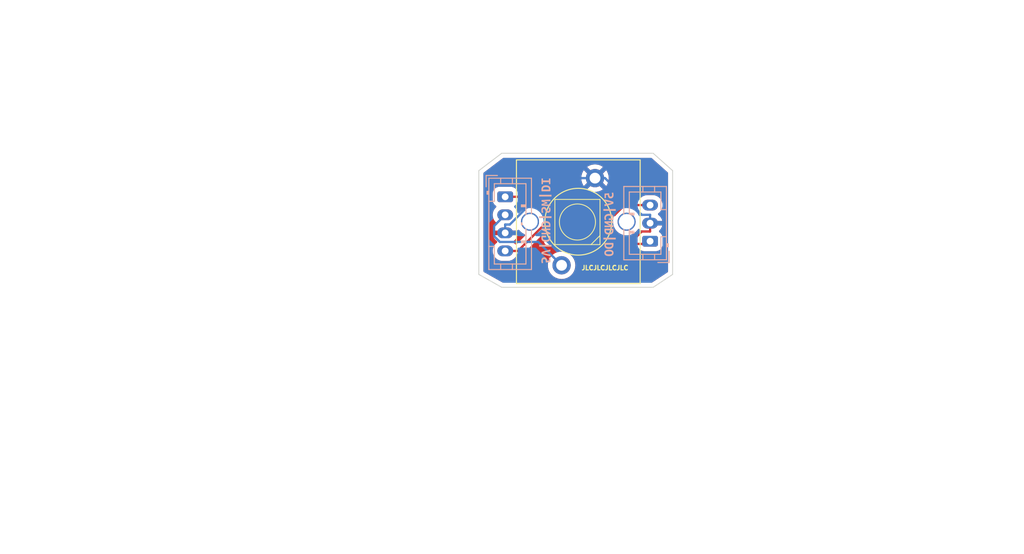
<source format=kicad_pcb>
(kicad_pcb (version 20211014) (generator pcbnew)
  (layers (0 "F.Cu" signal) (31 "B.Cu" signal) (34 "B.Paste" user) (35 "F.Paste" user) (36 "B.SilkS" user "B.Silkscreen") (37 "F.SilkS" user "F.Silkscreen") (38 "B.Mask" user) (39 "F.Mask" user) (44 "Edge.Cuts" user))
  (net 0 "")
  (net 1 "+5V")
  (net 2 "Net-(J1-Pad2)")
  (net 3 "/DOUT")
  (net 4 "GND")
  (net 5 "/DIN")
  (footprint "LED_SMD:LED_WS2812B_PLCC4_5.0x5.0mm_P3.2mm" (layer "F.Cu") (at 115.062 67.691)
    (fp_text reference "D1" hide)
    (fp_text value "WS2812B" hide)
    (fp_line (start 2.5 1.5) (end 1.5 2.5) (layer "F.SilkS") (width 0.1))
    (fp_line (start 2.5 -2.5) (end -2.5 -2.5) (layer "F.SilkS") (width 0.1))
    (fp_line (start -2.5 -2.5) (end -2.5 2.5) (layer "F.SilkS") (width 0.1))
    (fp_line (start 2.5 2.5) (end 2.5 -2.5) (layer "F.SilkS") (width 0.1))
    (fp_line (start -2.5 2.5) (end 2.5 2.5) (layer "F.SilkS") (width 0.1))
    (fp_circle (center 0 0) (end 2 0) (layer "F.SilkS") (width 0.1) (fill none))
    (pad "1" smd rect (at -2.45 -1.6) (size 1.5 1) (layers "F.Cu" "F.Paste" "F.Mask") (net 1 "+5V"))
    (pad "2" smd rect (at -2.45 1.6) (size 1.5 1) (layers "F.Cu" "F.Paste" "F.Mask") (net 3 "/DOUT"))
    (pad "3" smd rect (at 2.45 1.6) (size 1.5 1) (layers "F.Cu" "F.Paste" "F.Mask") (net 4 "GND"))
    (pad "4" smd rect (at 2.45 -1.6) (size 1.5 1) (layers "F.Cu" "F.Paste" "F.Mask") (net 5 "/DIN"))
  )
  (footprint "_my_own:Omron B3K-T13L" (layer "F.Cu") (at 108.307 60.809)
    (fp_text reference "U1" hide)
    (fp_text value "B3K-T13L" hide)
    (fp_line (start 13.7 13.7) (end 13.7 0) (layer "F.SilkS") (width 0.12))
    (fp_line (start 0 13.7) (end 13.7 13.7) (layer "F.SilkS") (width 0.12))
    (fp_line (start 0 0) (end 13.7 0) (layer "F.SilkS") (width 0.12))
    (fp_line (start 0 13.7) (end 0 0) (layer "F.SilkS") (width 0.12))
    (fp_circle (center 6.85 6.85) (end 10.55 6.85) (layer "F.SilkS") (width 0.12) (fill none))
    (pad "" np_thru_hole circle (at 1.5 6.85) (size 2 2) (drill 1.7) (layers F&B.Cu *.Mask))
    (pad "" np_thru_hole circle (at 12.2 6.85) (size 2 2) (drill 1.7) (layers F&B.Cu *.Mask))
    (pad "1" thru_hole circle (at 8.7 2.02) (size 2.024 2.024) (drill 1.2) (layers *.Cu *.Mask) (net 4 "GND"))
    (pad "2" thru_hole circle (at 5 11.68) (size 2.024 2.024) (drill 1.2) (layers *.Cu *.Mask) (net 2 "Net-(J1-Pad2)"))
  )
  (footprint "kibuzzard-62A4DD9F" (layer "B.Cu") (at 111.506 67.564 90)
    (fp_text reference "kibuzzard-62A4DD9F" hide)
    (fp_text value "G***" hide)
    (fp_poly (pts (xy -3.659188 -0.423863) (xy -3.698478 -0.307181) (xy -3.74015 -0.176213) (xy -3.768196 -0.084226) (xy -3.795183 0.007585) (xy -3.821113 0.099219) (xy -3.845631 0.189089) (xy -3.868385 0.275608) (xy -3.889375 0.358775) (xy -3.915569 0.4699) (xy -3.933825 0.5588) (xy -3.72745 0.5588) (xy -3.715544 0.476448) (xy -3.698875 0.381794) (xy -3.678833 0.2794) (xy -3.656806 0.173831) (xy -3.632994 0.067469) (xy -3.607594 -0.037306) (xy -3.581598 -0.13593) (xy -3.556 -0.223838) (xy -3.5306 -0.13712) (xy -3.5052 -0.038894) (xy -3.480594 0.065881) (xy -3.457575 0.172244) (xy -3.436144 0.278011) (xy -3.4163 0.381) (xy -3.398838 0.47625) (xy -3.38455 0.5588) (xy -3.179763 0.5588) (xy -3.200995 0.457994) (xy -3.226594 0.346075) (xy -3.256359 0.225623) (xy -3.290094 0.099219) (xy -3.3147 0.012435) (xy -3.340894 -0.075406) (xy -3.368675 -0.164306) (xy -3.397603 -0.252765) (xy -3.427236 -0.339284) (xy -3.457575 -0.423863) (xy -3.659188 -0.423863)) (layer "B.SilkS") (width 0) (fill solid))
    (fp_poly (pts (xy 2.695575 0.6858) (xy 2.892425 0.6858) (xy 2.892425 -0.6858) (xy 2.695575 -0.6858) (xy 2.695575 0.6858)) (layer "B.SilkS") (width 0) (fill solid))
    (fp_poly (pts (xy -1.871663 0.411163) (xy -1.989138 0.385763) (xy -2.067719 0.315119) (xy -2.112169 0.207169) (xy -2.122289 0.141089) (xy -2.125663 0.068263) (xy -2.119489 -0.038894) (xy -2.100968 -0.125413) (xy -2.0701 -0.191294) (xy -2.001441 -0.253802) (xy -1.906588 -0.274638) (xy -1.868488 -0.27305) (xy -1.830388 -0.268288) (xy -1.830388 0.090488) (xy -1.635125 0.090488) (xy -1.635125 -0.40005) (xy -1.743869 -0.428625) (xy -1.825427 -0.440531) (xy -1.922463 -0.4445) (xy -2.009973 -0.436364) (xy -2.088356 -0.411956) (xy -2.156817 -0.371475) (xy -2.214563 -0.315119) (xy -2.260997 -0.242888) (xy -2.295525 -0.154781) (xy -2.316956 -0.050998) (xy -2.3241 0.068263) (xy -2.315766 0.186333) (xy -2.290763 0.289719) (xy -2.251472 0.378023) (xy -2.200275 0.45085) (xy -2.137966 0.507802) (xy -2.065338 0.548481) (xy -1.984772 0.572889) (xy -1.89865 0.581025) (xy -1.796256 0.572294) (xy -1.717675 0.55245) (xy -1.662906 0.528638) (xy -1.630363 0.509588) (xy -1.681163 0.354013) (xy -1.766888 0.3937) (xy -1.871663 0.411163)) (layer "B.SilkS") (width 0) (fill solid))
    (fp_poly (pts (xy 1.176338 -0.280988) (xy 1.258094 -0.270669) (xy 1.309688 -0.242094) (xy 1.335881 -0.200819) (xy 1.343025 -0.153988) (xy 1.325563 -0.100013) (xy 1.281113 -0.057944) (xy 1.220788 -0.024606) (xy 1.154113 0.003175) (xy 1.062038 0.039688) (xy 0.975519 0.092075) (xy 0.911225 0.170656) (xy 0.885825 0.287338) (xy 0.908248 0.410369) (xy 0.975519 0.503238) (xy 1.042811 0.546453) (xy 1.125097 0.572382) (xy 1.222375 0.581025) (xy 1.307108 0.575866) (xy 1.380331 0.560388) (xy 1.493838 0.51435) (xy 1.436688 0.363538) (xy 1.348581 0.401638) (xy 1.236663 0.417513) (xy 1.150232 0.404989) (xy 1.098374 0.367418) (xy 1.081088 0.3048) (xy 1.096963 0.254794) (xy 1.137444 0.216694) (xy 1.193006 0.187325) (xy 1.254125 0.163513) (xy 1.350169 0.124619) (xy 1.442244 0.067469) (xy 1.5113 -0.021431) (xy 1.531541 -0.081558) (xy 1.538288 -0.155575) (xy 1.515864 -0.278011) (xy 1.448594 -0.369094) (xy 1.378479 -0.410986) (xy 1.287727 -0.436122) (xy 1.176338 -0.4445) (xy 1.066403 -0.437952) (xy 0.981075 -0.418306) (xy 0.871538 -0.369888) (xy 0.928688 -0.211138) (xy 1.031081 -0.258763) (xy 1.097161 -0.275431) (xy 1.176338 -0.280988)) (layer "B.SilkS") (width 0) (fill solid))
    (fp_poly (pts (xy 0.314325 0.6858) (xy 0.511175 0.6858) (xy 0.511175 -0.6858) (xy 0.314325 -0.6858) (xy 0.314325 0.6858)) (layer "B.SilkS") (width 0) (fill solid))
    (fp_poly (pts (xy 4.068763 -0.423863) (xy 4.068763 -0.261938) (xy 4.283075 -0.261938) (xy 4.283075 0.396875) (xy 4.068763 0.396875) (xy 4.068763 0.5588) (xy 4.69265 0.5588) (xy 4.69265 0.396875) (xy 4.479925 0.396875) (xy 4.479925 -0.261938) (xy 4.69265 -0.261938) (xy 4.69265 -0.423863) (xy 4.068763 -0.423863)) (layer "B.SilkS") (width 0) (fill solid))
    (fp_poly (pts (xy 2.071688 0.211138) (xy 2.090738 0.136525) (xy 2.118519 0.0381) (xy 2.151856 -0.077788) (xy 2.187575 -0.204788) (xy 2.187178 -0.119261) (xy 2.185988 -0.027781) (xy 2.1844 0.067667) (xy 2.182813 0.1651) (xy 2.181225 0.26412) (xy 2.179638 0.364331) (xy 2.178447 0.463352) (xy 2.17805 0.5588) (xy 2.359025 0.5588) (xy 2.354263 0.436364) (xy 2.3495 0.310356) (xy 2.344341 0.182959) (xy 2.338388 0.056356) (xy 2.331442 -0.068858) (xy 2.323306 -0.192088) (xy 2.31398 -0.31115) (xy 2.303463 -0.423863) (xy 2.141538 -0.423863) (xy 2.106613 -0.32008) (xy 2.071688 -0.208756) (xy 2.036763 -0.096242) (xy 2.001838 0.011113) (xy 1.966119 -0.093266) (xy 1.928813 -0.206375) (xy 1.8923 -0.319484) (xy 1.858963 -0.423863) (xy 1.697038 -0.423863) (xy 1.685131 -0.310952) (xy 1.674813 -0.191294) (xy 1.665883 -0.067469) (xy 1.658144 0.057944) (xy 1.651595 0.184547) (xy 1.646238 0.311944) (xy 1.641872 0.437555) (xy 1.6383 0.5588) (xy 1.819275 0.5588) (xy 1.817688 0.46355) (xy 1.8161 0.365125) (xy 1.814513 0.265311) (xy 1.812925 0.165894) (xy 1.811338 0.067866) (xy 1.80975 -0.027781) (xy 1.808559 -0.119261) (xy 1.808163 -0.204788) (xy 1.840706 -0.093663) (xy 1.875631 0.0254) (xy 1.906588 0.13335) (xy 1.928813 0.211138) (xy 2.071688 0.211138)) (layer "B.SilkS") (width 0) (fill solid))
    (fp_poly (pts (xy -4.238625 -0.134938) (xy -4.252119 -0.059531) (xy -4.306094 -0.000794) (xy -4.421188 0.037306) (xy -4.507309 0.047427) (xy -4.61645 0.0508) (xy -4.602163 0.182761) (xy -4.59105 0.311944) (xy -4.582716 0.437555) (xy -4.576763 0.5588) (xy -4.075113 0.5588) (xy -4.075113 0.396875) (xy -4.41325 0.396875) (xy -4.421188 0.290513) (xy -4.429125 0.200025) (xy -4.309004 0.183797) (xy -4.211108 0.152047) (xy -4.135438 0.104775) (xy -4.081639 0.042333) (xy -4.04936 -0.034925) (xy -4.0386 -0.127) (xy -4.062412 -0.253206) (xy -4.135438 -0.354013) (xy -4.190603 -0.392113) (xy -4.257675 -0.420688) (xy -4.336653 -0.438547) (xy -4.427538 -0.4445) (xy -4.505325 -0.439738) (xy -4.581525 -0.427831) (xy -4.647406 -0.411163) (xy -4.69265 -0.3937) (xy -4.652963 -0.231775) (xy -4.564063 -0.263525) (xy -4.503341 -0.274241) (xy -4.429125 -0.277813) (xy -4.334669 -0.265113) (xy -4.275931 -0.232569) (xy -4.246563 -0.187325) (xy -4.238625 -0.134938)) (layer "B.SilkS") (width 0) (fill solid))
    (fp_poly (pts (xy 3.940175 0.068263) (xy 3.690144 -0.17145) (xy 3.729831 -0.065881) (xy 3.738761 -0.001786) (xy 3.741738 0.068263) (xy 3.732213 0.192088) (xy 3.698875 0.29845) (xy 3.633788 0.372269) (xy 3.527425 0.40005) (xy 3.49885 0.399256) (xy 3.470275 0.395288) (xy 3.470275 -0.265113) (xy 3.487738 -0.2667) (xy 3.5052 -0.2667) (xy 3.617119 -0.2413) (xy 3.690144 -0.17145) (xy 3.940175 0.068263) (xy 3.931642 -0.058142) (xy 3.906044 -0.164306) (xy 3.865364 -0.25142) (xy 3.811588 -0.320675) (xy 3.745508 -0.372864) (xy 3.667919 -0.408781) (xy 3.580408 -0.429617) (xy 3.484563 -0.436563) (xy 3.382169 -0.431006) (xy 3.275013 -0.41275) (xy 3.275013 0.5461) (xy 3.400425 0.56515) (xy 3.509963 0.569913) (xy 3.602633 0.562769) (xy 3.686969 0.541338) (xy 3.760986 0.504627) (xy 3.8227 0.451644) (xy 3.872111 0.382191) (xy 3.909219 0.296069) (xy 3.932436 0.191889) (xy 3.940175 0.068263)) (layer "B.SilkS") (width 0) (fill solid))
    (fp_poly (pts (xy -0.028575 0.068263) (xy -0.278606 -0.17145) (xy -0.238919 -0.065881) (xy -0.229989 -0.001786) (xy -0.227013 0.068263) (xy -0.236538 0.192088) (xy -0.269875 0.29845) (xy -0.334963 0.372269) (xy -0.441325 0.40005) (xy -0.4699 0.399256) (xy -0.498475 0.395288) (xy -0.498475 -0.265113) (xy -0.481013 -0.2667) (xy -0.46355 -0.2667) (xy -0.351631 -0.2413) (xy -0.278606 -0.17145) (xy -0.028575 0.068263) (xy -0.037108 -0.058142) (xy -0.062706 -0.164306) (xy -0.103386 -0.25142) (xy -0.157163 -0.320675) (xy -0.223242 -0.372864) (xy -0.300831 -0.408781) (xy -0.388342 -0.429617) (xy -0.484188 -0.436563) (xy -0.586581 -0.431006) (xy -0.693738 -0.41275) (xy -0.693738 0.5461) (xy -0.568325 0.56515) (xy -0.458788 0.569913) (xy -0.366117 0.562769) (xy -0.281781 0.541338) (xy -0.207764 0.504627) (xy -0.14605 0.451644) (xy -0.096639 0.382191) (xy -0.059531 0.296069) (xy -0.036314 0.191889) (xy -0.028575 0.068263)) (layer "B.SilkS") (width 0) (fill solid))
    (fp_poly (pts (xy -1.00965 -0.423863) (xy -1.055423 -0.314942) (xy -1.103842 -0.206199) (xy -1.154906 -0.097631) (xy -1.208617 0.010936) (xy -1.264973 0.11968) (xy -1.323975 0.2286) (xy -1.323975 -0.423863) (xy -1.500188 -0.423863) (xy -1.500188 0.5588) (xy -1.343025 0.5588) (xy -1.298575 0.485973) (xy -1.254125 0.407194) (xy -1.21027 0.325636) (xy -1.167606 0.244475) (xy -1.127125 0.164703) (xy -1.089819 0.087313) (xy -1.05668 0.015875) (xy -1.0287 -0.046038) (xy -1.0287 0.5588) (xy -0.852488 0.5588) (xy -0.852488 -0.423863) (xy -1.00965 -0.423863)) (layer "B.SilkS") (width 0) (fill solid))
    (fp_poly (pts (xy -2.860675 0.6858) (xy -2.663825 0.6858) (xy -2.663825 -0.6858) (xy -2.860675 -0.6858) (xy -2.860675 0.6858)) (layer "B.SilkS") (width 0) (fill solid))
  )
  (footprint "kibuzzard-62B786EE" (layer "B.Cu") (at 118.618 67.945 -90)
    (fp_text reference "kibuzzard-62B786EE" hide)
    (fp_text value "G***" hide)
    (fp_poly (pts (xy 1.141413 0.068263) (xy 0.891381 -0.17145) (xy 0.931069 -0.065881) (xy 0.939998 -0.001786) (xy 0.942975 0.068263) (xy 0.93345 0.192088) (xy 0.900113 0.29845) (xy 0.835025 0.372269) (xy 0.728663 0.40005) (xy 0.700088 0.399256) (xy 0.671513 0.395288) (xy 0.671513 -0.265113) (xy 0.688975 -0.2667) (xy 0.706438 -0.2667) (xy 0.818356 -0.2413) (xy 0.891381 -0.17145) (xy 1.141413 0.068263) (xy 1.13288 -0.058142) (xy 1.107281 -0.164306) (xy 1.066602 -0.25142) (xy 1.012825 -0.320675) (xy 0.946745 -0.372864) (xy 0.869156 -0.408781) (xy 0.781645 -0.429617) (xy 0.6858 -0.436563) (xy 0.583406 -0.431006) (xy 0.47625 -0.41275) (xy 0.47625 0.5461) (xy 0.601663 0.56515) (xy 0.7112 0.569913) (xy 0.80387 0.562769) (xy 0.888206 0.541338) (xy 0.962223 0.504627) (xy 1.023938 0.451644) (xy 1.073348 0.382191) (xy 1.110456 0.296069) (xy 1.133673 0.191889) (xy 1.141413 0.068263)) (layer "B.SilkS") (width 0) (fill solid))
    (fp_poly (pts (xy -0.701675 0.411163) (xy -0.81915 0.385763) (xy -0.897731 0.315119) (xy -0.942181 0.207169) (xy -0.952302 0.141089) (xy -0.955675 0.068263) (xy -0.949501 -0.038894) (xy -0.930981 -0.125413) (xy -0.900113 -0.191294) (xy -0.831453 -0.253802) (xy -0.7366 -0.274638) (xy -0.6985 -0.27305) (xy -0.6604 -0.268288) (xy -0.6604 0.090488) (xy -0.465138 0.090488) (xy -0.465138 -0.40005) (xy -0.573881 -0.428625) (xy -0.655439 -0.440531) (xy -0.752475 -0.4445) (xy -0.839986 -0.436364) (xy -0.918369 -0.411956) (xy -0.98683 -0.371475) (xy -1.044575 -0.315119) (xy -1.091009 -0.242888) (xy -1.125538 -0.154781) (xy -1.146969 -0.050998) (xy -1.154113 0.068263) (xy -1.145778 0.186333) (xy -1.120775 0.289719) (xy -1.081484 0.378023) (xy -1.030288 0.45085) (xy -0.967978 0.507802) (xy -0.89535 0.548481) (xy -0.814784 0.572889) (xy -0.728663 0.581025) (xy -0.626269 0.572294) (xy -0.547688 0.55245) (xy -0.492919 0.528638) (xy -0.460375 0.509588) (xy -0.511175 0.354013) (xy -0.5969 0.3937) (xy -0.701675 0.411163)) (layer "B.SilkS") (width 0) (fill solid))
    (fp_poly (pts (xy -2.4892 -0.423863) (xy -2.528491 -0.307181) (xy -2.570163 -0.176213) (xy -2.598208 -0.084226) (xy -2.625196 0.007585) (xy -2.651125 0.099219) (xy -2.675643 0.189089) (xy -2.698397 0.275608) (xy -2.719388 0.358775) (xy -2.745581 0.4699) (xy -2.763838 0.5588) (xy -2.557463 0.5588) (xy -2.545556 0.476448) (xy -2.528888 0.381794) (xy -2.508845 0.2794) (xy -2.486819 0.173831) (xy -2.463006 0.067469) (xy -2.437606 -0.037306) (xy -2.411611 -0.13593) (xy -2.386013 -0.223838) (xy -2.360613 -0.13712) (xy -2.335213 -0.038894) (xy -2.310606 0.065881) (xy -2.287588 0.172244) (xy -2.266156 0.278011) (xy -2.246313 0.381) (xy -2.22885 0.47625) (xy -2.214563 0.5588) (xy -2.009775 0.5588) (xy -2.031008 0.457994) (xy -2.056606 0.346075) (xy -2.086372 0.225623) (xy -2.120106 0.099219) (xy -2.144713 0.012435) (xy -2.170906 -0.075406) (xy -2.198688 -0.164306) (xy -2.227615 -0.252765) (xy -2.257249 -0.339284) (xy -2.287588 -0.423863) (xy -2.4892 -0.423863)) (layer "B.SilkS") (width 0) (fill solid))
    (fp_poly (pts (xy 1.484313 0.6858) (xy 1.681163 0.6858) (xy 1.681163 -0.6858) (xy 1.484313 -0.6858) (xy 1.484313 0.6858)) (layer "B.SilkS") (width 0) (fill solid))
    (fp_poly (pts (xy 0.160338 -0.423863) (xy 0.114565 -0.314942) (xy 0.066146 -0.206199) (xy 0.015081 -0.097631) (xy -0.038629 0.010936) (xy -0.094985 0.11968) (xy -0.153988 0.2286) (xy -0.153988 -0.423863) (xy -0.3302 -0.423863) (xy -0.3302 0.5588) (xy -0.173038 0.5588) (xy -0.128588 0.485973) (xy -0.084138 0.407194) (xy -0.040283 0.325636) (xy 0.002381 0.244475) (xy 0.042863 0.164703) (xy 0.080169 0.087313) (xy 0.113308 0.015875) (xy 0.141288 -0.046038) (xy 0.141288 0.5588) (xy 0.3175 0.5588) (xy 0.3175 -0.423863) (xy 0.160338 -0.423863)) (layer "B.SilkS") (width 0) (fill solid))
    (fp_poly (pts (xy -1.690688 0.6858) (xy -1.493838 0.6858) (xy -1.493838 -0.6858) (xy -1.690688 -0.6858) (xy -1.690688 0.6858)) (layer "B.SilkS") (width 0) (fill solid))
    (fp_poly (pts (xy -3.068638 -0.134938) (xy -3.082131 -0.059531) (xy -3.136106 -0.000794) (xy -3.2512 0.037306) (xy -3.337322 0.047427) (xy -3.446463 0.0508) (xy -3.432175 0.182761) (xy -3.421063 0.311944) (xy -3.412728 0.437555) (xy -3.406775 0.5588) (xy -2.905125 0.5588) (xy -2.905125 0.396875) (xy -3.243263 0.396875) (xy -3.2512 0.290513) (xy -3.259138 0.200025) (xy -3.139017 0.183797) (xy -3.041121 0.152047) (xy -2.96545 0.104775) (xy -2.911651 0.042333) (xy -2.879372 -0.034925) (xy -2.868613 -0.127) (xy -2.892425 -0.253206) (xy -2.96545 -0.354013) (xy -3.020616 -0.392113) (xy -3.087688 -0.420688) (xy -3.166666 -0.438547) (xy -3.25755 -0.4445) (xy -3.335338 -0.439738) (xy -3.411538 -0.427831) (xy -3.477419 -0.411163) (xy -3.522663 -0.3937) (xy -3.482975 -0.231775) (xy -3.394075 -0.263525) (xy -3.333353 -0.274241) (xy -3.259138 -0.277813) (xy -3.164681 -0.265113) (xy -3.105944 -0.232569) (xy -3.076575 -0.187325) (xy -3.068638 -0.134938)) (layer "B.SilkS") (width 0) (fill solid))
    (fp_poly (pts (xy 2.728913 0.068263) (xy 2.478881 -0.17145) (xy 2.518569 -0.065881) (xy 2.527498 -0.001786) (xy 2.530475 0.068263) (xy 2.52095 0.192088) (xy 2.487613 0.29845) (xy 2.422525 0.372269) (xy 2.316163 0.40005) (xy 2.287588 0.399256) (xy 2.259013 0.395288) (xy 2.259013 -0.265113) (xy 2.276475 -0.2667) (xy 2.293938 -0.2667) (xy 2.405856 -0.2413) (xy 2.478881 -0.17145) (xy 2.728913 0.068263) (xy 2.72038 -0.058142) (xy 2.694781 -0.164306) (xy 2.654102 -0.25142) (xy 2.600325 -0.320675) (xy 2.534245 -0.372864) (xy 2.456656 -0.408781) (xy 2.369145 -0.429617) (xy 2.2733 -0.436563) (xy 2.170906 -0.431006) (xy 2.06375 -0.41275) (xy 2.06375 0.5461) (xy 2.189163 0.56515) (xy 2.2987 0.569913) (xy 2.39137 0.562769) (xy 2.475706 0.541338) (xy 2.549723 0.504627) (xy 2.611438 0.451644) (xy 2.660848 0.382191) (xy 2.697956 0.296069) (xy 2.721173 0.191889) (xy 2.728913 0.068263)) (layer "B.SilkS") (width 0) (fill solid))
    (fp_poly (pts (xy 2.814638 0.068263) (xy 3.013075 0.068263) (xy 3.014464 -0.000992) (xy 3.018631 -0.065881) (xy 3.040856 -0.174625) (xy 3.087688 -0.24765) (xy 3.16865 -0.274638) (xy 3.248819 -0.24765) (xy 3.296444 -0.173831) (xy 3.318669 -0.065088) (xy 3.322836 -0.000794) (xy 3.324225 0.068263) (xy 3.322836 0.137517) (xy 3.318669 0.202406) (xy 3.296444 0.31115) (xy 3.249613 0.384175) (xy 3.16865 0.411163) (xy 3.087688 0.384175) (xy 3.040856 0.310356) (xy 3.018631 0.201613) (xy 3.014464 0.137319) (xy 3.013075 0.068263) (xy 2.814638 0.068263) (xy 2.820491 0.187474) (xy 2.838053 0.291108) (xy 2.867323 0.379164) (xy 2.9083 0.451644) (xy 2.978856 0.523522) (xy 3.065639 0.566649) (xy 3.16865 0.581025) (xy 3.274836 0.566649) (xy 3.362678 0.523522) (xy 3.432175 0.451644) (xy 3.471763 0.379164) (xy 3.500041 0.291108) (xy 3.517007 0.187474) (xy 3.522663 0.068263) (xy 3.516908 -0.050949) (xy 3.499644 -0.154583) (xy 3.47087 -0.242639) (xy 3.430588 -0.315119) (xy 3.360738 -0.386997) (xy 3.273954 -0.430124) (xy 3.170238 -0.4445) (xy 3.063963 -0.430124) (xy 2.975857 -0.386997) (xy 2.905919 -0.315119) (xy 2.865983 -0.242639) (xy 2.837458 -0.154583) (xy 2.820343 -0.050949) (xy 2.814638 0.068263)) (layer "B.SilkS") (width 0) (fill solid))
  )
  (footprint "Connector_JST:JST_PH_B3B-PH-K_1x03_P2.00mm_Vertical" (layer "B.Cu") (at 123.105 69.818 90)
    (fp_text reference "J2" hide)
    (fp_text value "Conn_01x03_Male" hide)
    (fp_line (start -1.45 1.2) (end -1.45 -2.3) (layer "B.SilkS") (width 0.12))
    (fp_line (start -0.3 1.91) (end -0.6 1.91) (layer "B.SilkS") (width 0.12))
    (fp_line (start -2.06 -0.8) (end -1.45 -0.8) (layer "B.SilkS") (width 0.12))
    (fp_line (start -2.06 0.5) (end -1.45 0.5) (layer "B.SilkS") (width 0.12))
    (fp_line (start 1.1 -1.8) (end 1.1 -2.3) (layer "B.SilkS") (width 0.12))
    (fp_line (start 0.5 1.2) (end -1.45 1.2) (layer "B.SilkS") (width 0.12))
    (fp_line (start 6.06 1.81) (end -2.06 1.81) (layer "B.SilkS") (width 0.12))
    (fp_line (start 1 -2.3) (end 1 -1.8) (layer "B.SilkS") (width 0.12))
    (fp_line (start 5.45 1.2) (end 3.5 1.2) (layer "B.SilkS") (width 0.12))
    (fp_line (start -1.45 -2.3) (end 5.45 -2.3) (layer "B.SilkS") (width 0.12))
    (fp_line (start 2.9 -1.8) (end 3.1 -1.8) (layer "B.SilkS") (width 0.12))
    (fp_line (start -0.3 2.01) (end -0.6 2.01) (layer "B.SilkS") (width 0.12))
    (fp_line (start 3.1 -1.8) (end 3.1 -2.3) (layer "B.SilkS") (width 0.12))
    (fp_line (start 0.5 1.81) (end 0.5 1.2) (layer "B.SilkS") (width 0.12))
    (fp_line (start -0.6 2.01) (end -0.6 1.81) (layer "B.SilkS") (width 0.12))
    (fp_line (start 2.9 -2.3) (end 2.9 -1.8) (layer "B.SilkS") (width 0.12))
    (fp_line (start -0.3 1.81) (end -0.3 2.01) (layer "B.SilkS") (width 0.12))
    (fp_line (start 6.06 -0.8) (end 5.45 -0.8) (layer "B.SilkS") (width 0.12))
    (fp_line (start 0.9 -1.8) (end 1.1 -1.8) (layer "B.SilkS") (width 0.12))
    (fp_line (start 0.9 -2.3) (end 0.9 -1.8) (layer "B.SilkS") (width 0.12))
    (fp_line (start 3.5 1.2) (end 3.5 1.81) (layer "B.SilkS") (width 0.12))
    (fp_line (start -2.36 2.11) (end -2.36 0.86) (layer "B.SilkS") (width 0.12))
    (fp_line (start 6.06 -2.91) (end 6.06 1.81) (layer "B.SilkS") (width 0.12))
    (fp_line (start -2.06 1.81) (end -2.06 -2.91) (layer "B.SilkS") (width 0.12))
    (fp_line (start 5.45 -2.3) (end 5.45 1.2) (layer "B.SilkS") (width 0.12))
    (fp_line (start 3 -2.3) (end 3 -1.8) (layer "B.SilkS") (width 0.12))
    (fp_line (start 6.06 0.5) (end 5.45 0.5) (layer "B.SilkS") (width 0.12))
    (fp_line (start -1.11 2.11) (end -2.36 2.11) (layer "B.SilkS") (width 0.12))
    (fp_line (start -2.06 -2.91) (end 6.06 -2.91) (layer "B.SilkS") (width 0.12))
    (pad "1" thru_hole roundrect (at 0 0 90) (size 1.2 1.75) (drill 0.75) (layers *.Cu *.Mask) (roundrect_rratio 0.2083333333) (net 3 "/DOUT"))
    (pad "2" thru_hole oval (at 2 0 90) (size 1.2 1.75) (drill 0.75) (layers *.Cu *.Mask) (net 4 "GND"))
    (pad "3" thru_hole oval (at 4 0 90) (size 1.2 1.75) (drill 0.75) (layers *.Cu *.Mask) (net 1 "+5V"))
  )
  (footprint "Connector_JST:JST_PH_B4B-PH-K_1x04_P2.00mm_Vertical" (layer "B.Cu") (at 107.061 64.897 -90)
    (fp_text reference "J1" hide)
    (fp_text value "Conn_01x04_Male" hide)
    (fp_line (start 8.06 -2.91) (end 8.06 1.81) (layer "B.SilkS") (width 0.12))
    (fp_line (start 1.1 -1.8) (end 1.1 -2.3) (layer "B.SilkS") (width 0.12))
    (fp_line (start -1.45 -2.3) (end 7.45 -2.3) (layer "B.SilkS") (width 0.12))
    (fp_line (start -1.11 2.11) (end -2.36 2.11) (layer "B.SilkS") (width 0.12))
    (fp_line (start 5.5 1.2) (end 5.5 1.81) (layer "B.SilkS") (width 0.12))
    (fp_line (start 7.45 -2.3) (end 7.45 1.2) (layer "B.SilkS") (width 0.12))
    (fp_line (start 8.06 1.81) (end -2.06 1.81) (layer "B.SilkS") (width 0.12))
    (fp_line (start 5.1 -1.8) (end 5.1 -2.3) (layer "B.SilkS") (width 0.12))
    (fp_line (start 3 -2.3) (end 3 -1.8) (layer "B.SilkS") (width 0.12))
    (fp_line (start -2.36 2.11) (end -2.36 0.86) (layer "B.SilkS") (width 0.12))
    (fp_line (start -0.3 1.81) (end -0.3 2.01) (layer "B.SilkS") (width 0.12))
    (fp_line (start 4.9 -2.3) (end 4.9 -1.8) (layer "B.SilkS") (width 0.12))
    (fp_line (start 8.06 0.5) (end 7.45 0.5) (layer "B.SilkS") (width 0.12))
    (fp_line (start -2.06 0.5) (end -1.45 0.5) (layer "B.SilkS") (width 0.12))
    (fp_line (start -2.06 -2.91) (end 8.06 -2.91) (layer "B.SilkS") (width 0.12))
    (fp_line (start 2.9 -2.3) (end 2.9 -1.8) (layer "B.SilkS") (width 0.12))
    (fp_line (start -0.3 1.91) (end -0.6 1.91) (layer "B.SilkS") (width 0.12))
    (fp_line (start -2.06 -0.8) (end -1.45 -0.8) (layer "B.SilkS") (width 0.12))
    (fp_line (start 5 -2.3) (end 5 -1.8) (layer "B.SilkS") (width 0.12))
    (fp_line (start 0.9 -2.3) (end 0.9 -1.8) (layer "B.SilkS") (width 0.12))
    (fp_line (start -0.6 2.01) (end -0.6 1.81) (layer "B.SilkS") (width 0.12))
    (fp_line (start -0.3 2.01) (end -0.6 2.01) (layer "B.SilkS") (width 0.12))
    (fp_line (start -1.45 1.2) (end -1.45 -2.3) (layer "B.SilkS") (width 0.12))
    (fp_line (start 7.45 1.2) (end 5.5 1.2) (layer "B.SilkS") (width 0.12))
    (fp_line (start -2.06 1.81) (end -2.06 -2.91) (layer "B.SilkS") (width 0.12))
    (fp_line (start 2.9 -1.8) (end 3.1 -1.8) (layer "B.SilkS") (width 0.12))
    (fp_line (start 1 -2.3) (end 1 -1.8) (layer "B.SilkS") (width 0.12))
    (fp_line (start 0.5 1.2) (end -1.45 1.2) (layer "B.SilkS") (width 0.12))
    (fp_line (start 4.9 -1.8) (end 5.1 -1.8) (layer "B.SilkS") (width 0.12))
    (fp_line (start 8.06 -0.8) (end 7.45 -0.8) (layer "B.SilkS") (width 0.12))
    (fp_line (start 3.1 -1.8) (end 3.1 -2.3) (layer "B.SilkS") (width 0.12))
    (fp_line (start 0.9 -1.8) (end 1.1 -1.8) (layer "B.SilkS") (width 0.12))
    (fp_line (start 0.5 1.81) (end 0.5 1.2) (layer "B.SilkS") (width 0.12))
    (pad "1" thru_hole roundrect (at 0 0 270) (size 1.2 1.75) (drill 0.75) (layers *.Cu *.Mask) (roundrect_rratio 0.2083333333) (net 5 "/DIN"))
    (pad "2" thru_hole oval (at 2 0 270) (size 1.2 1.75) (drill 0.75) (layers *.Cu *.Mask) (net 2 "Net-(J1-Pad2)"))
    (pad "3" thru_hole oval (at 4 0 270) (size 1.2 1.75) (drill 0.75) (layers *.Cu *.Mask) (net 4 "GND"))
    (pad "4" thru_hole oval (at 6 0 270) (size 1.2 1.75) (drill 0.75) (layers *.Cu *.Mask) (net 1 "+5V"))
  )
  (gr_line (start 106.68 74.93) (end 123.444 74.93) (layer "Edge.Cuts") (width 0.1))
  (gr_line (start 106.68 74.93) (end 104.14 73.5) (layer "Edge.Cuts") (width 0.1))
  (gr_line (start 104.14 62) (end 104.14 73.5) (layer "Edge.Cuts") (width 0.1))
  (gr_line (start 104.14 62) (end 106.68 60.071) (layer "Edge.Cuts") (width 0.1))
  (gr_line (start 123.444 60.071) (end 125.603 62) (layer "Edge.Cuts") (width 0.1))
  (gr_line (start 125.603 73.5) (end 123.444 74.93) (layer "Edge.Cuts") (width 0.1))
  (gr_line (start 125.603 73.5) (end 125.603 62) (layer "Edge.Cuts") (width 0.1))
  (gr_line (start 123.444 60.071) (end 106.68 60.071) (layer "Edge.Cuts") (width 0.1))
  (gr_text "JLCJLCJLCJLC" (at 118.11 72.771) (layer "F.SilkS") (effects (font (size 0.5 0.5) (thickness 0.125))))
  (segment (start 123.105 65.818) (end 120.28 65.818) (width 0.25) (layer "F.Cu") (net 1))
  (segment (start 112.612 66.091) (end 113.6873 66.091) (width 0.25) (layer "F.Cu") (net 1))
  (segment (start 112.612 66.091) (end 111.5367 66.091) (width 0.25) (layer "F.Cu") (net 1))
  (segment (start 108.4772 70.897) (end 111.5367 67.8375) (width 0.25) (layer "F.Cu") (net 1))
  (segment (start 120.28 65.818) (end 119.1817 66.9163) (width 0.25) (layer "F.Cu") (net 1))
  (segment (start 111.5367 67.8375) (end 111.5367 66.091) (width 0.25) (layer "F.Cu") (net 1))
  (segment (start 107.061 70.897) (end 108.4772 70.897) (width 0.25) (layer "F.Cu") (net 1))
  (segment (start 114.5126 66.9163) (end 113.6873 66.091) (width 0.25) (layer "F.Cu") (net 1))
  (segment (start 119.1817 66.9163) (end 114.5126 66.9163) (width 0.25) (layer "F.Cu") (net 1))
  (segment (start 110.715 69.897) (end 113.307 72.489) (width 0.25) (layer "B.Cu") (net 2))
  (segment (start 106.4683 69.897) (end 110.715 69.897) (width 0.25) (layer "B.Cu") (net 2))
  (segment (start 105.8332 69.2619) (end 106.4683 69.897) (width 0.25) (layer "B.Cu") (net 2))
  (segment (start 105.8332 68.1248) (end 105.8332 69.2619) (width 0.25) (layer "B.Cu") (net 2))
  (segment (start 107.061 66.897) (end 105.8332 68.1248) (width 0.25) (layer "B.Cu") (net 2))
  (segment (start 122.8067 70.1163) (end 114.5126 70.1163) (width 0.25) (layer "F.Cu") (net 3))
  (segment (start 112.612 69.291) (end 113.6873 69.291) (width 0.25) (layer "F.Cu") (net 3))
  (segment (start 114.5126 70.1163) (end 113.6873 69.291) (width 0.25) (layer "F.Cu") (net 3))
  (segment (start 123.105 69.818) (end 122.8067 70.1163) (width 0.25) (layer "F.Cu") (net 3))
  (segment (start 121.632 69.291) (end 117.512 69.291) (width 0.25) (layer "F.Cu") (net 4))
  (segment (start 122.1797 68.7433) (end 121.632 69.291) (width 0.25) (layer "F.Cu") (net 4))
  (segment (start 123.105 67.818) (end 123.105 68.7433) (width 0.25) (layer "F.Cu") (net 4))
  (segment (start 123.105 68.7433) (end 122.1797 68.7433) (width 0.25) (layer "F.Cu") (net 4))
  (segment (start 122.1797 66.8927) (end 118.116 62.829) (width 0.25) (layer "B.Cu") (net 4))
  (segment (start 118.116 62.829) (end 117.007 62.829) (width 0.25) (layer "B.Cu") (net 4))
  (segment (start 123.105 67.818) (end 123.105 66.8927) (width 0.25) (layer "B.Cu") (net 4))
  (segment (start 107.061 67.9717) (end 107.571 67.9717) (width 0.25) (layer "B.Cu") (net 4))
  (segment (start 107.061 68.897) (end 107.061 67.9717) (width 0.25) (layer "B.Cu") (net 4))
  (segment (start 107.571 67.9717) (end 112.7137 62.829) (width 0.25) (layer "B.Cu") (net 4))
  (segment (start 112.7137 62.829) (end 117.007 62.829) (width 0.25) (layer "B.Cu") (net 4))
  (segment (start 123.105 66.8927) (end 122.1797 66.8927) (width 0.25) (layer "B.Cu") (net 4))
  (segment (start 115.2427 64.897) (end 116.4367 66.091) (width 0.25) (layer "F.Cu") (net 5))
  (segment (start 107.061 64.897) (end 115.2427 64.897) (width 0.25) (layer "F.Cu") (net 5))
  (segment (start 117.512 66.091) (end 116.4367 66.091) (width 0.25) (layer "F.Cu") (net 5))
  (zone (net 4) (net_name "GND") (layers F&B.Cu) (connect_pads (clearance 0.508)) (min_thickness 0.254) (fill yes (thermal_gap 0.508) (thermal_bridge_width 0.508))
    (polygon (pts (xy 123.444 59.944) (xy 125.857 61.976) (xy 125.73 73.533) (xy 123.571 75.184) (xy 106.68 75.184) (xy 103.886 73.66) (xy 103.886 62.103) (xy 104.902 60.706) (xy 105.029 60.579) (xy 107.061 59.563)))
  )
)
</source>
